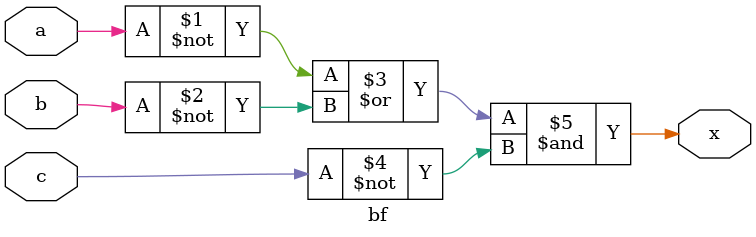
<source format=v>
`timescale 1ns / 1ps


module bf(
    input a,b,c,
    output x
    );
assign x = (~a|~b)&~c;
endmodule

</source>
